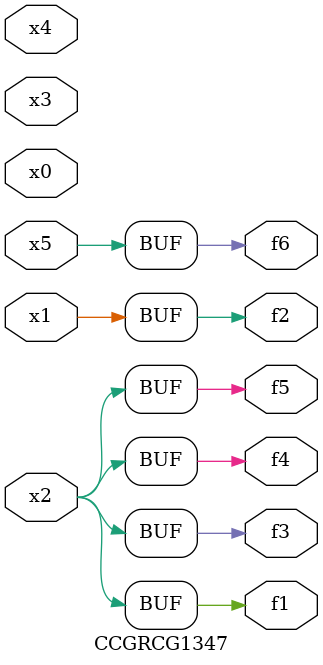
<source format=v>
module CCGRCG1347(
	input x0, x1, x2, x3, x4, x5,
	output f1, f2, f3, f4, f5, f6
);
	assign f1 = x2;
	assign f2 = x1;
	assign f3 = x2;
	assign f4 = x2;
	assign f5 = x2;
	assign f6 = x5;
endmodule

</source>
